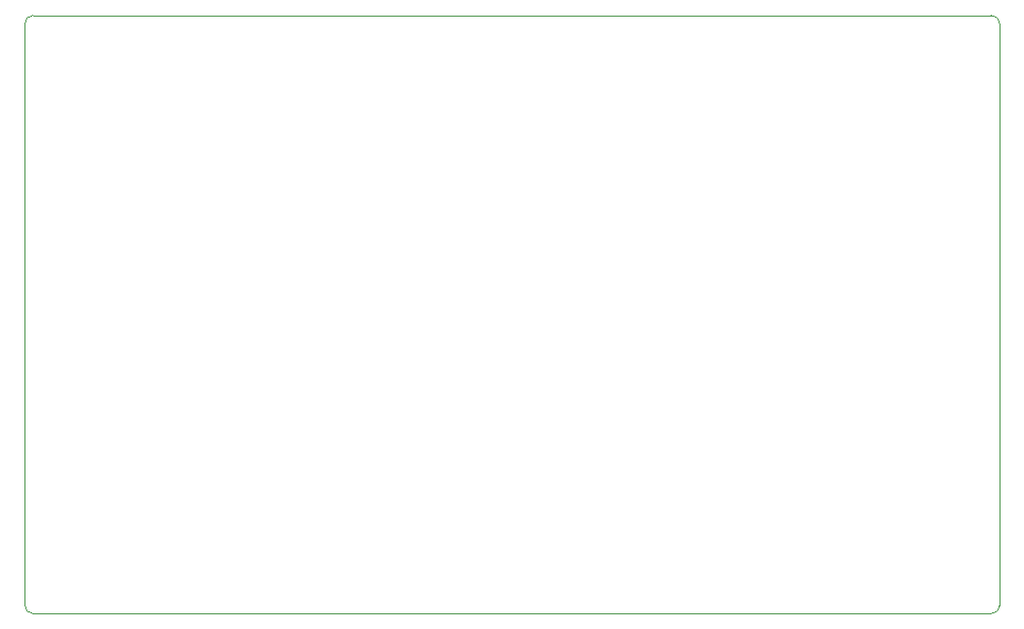
<source format=gbr>
G04 #@! TF.GenerationSoftware,KiCad,Pcbnew,(5.1.5)-3*
G04 #@! TF.CreationDate,2020-01-15T16:09:59-07:00*
G04 #@! TF.ProjectId,Station06,53746174-696f-46e3-9036-2e6b69636164,rev?*
G04 #@! TF.SameCoordinates,Original*
G04 #@! TF.FileFunction,Profile,NP*
%FSLAX46Y46*%
G04 Gerber Fmt 4.6, Leading zero omitted, Abs format (unit mm)*
G04 Created by KiCad (PCBNEW (5.1.5)-3) date 2020-01-15 16:09:59*
%MOMM*%
%LPD*%
G04 APERTURE LIST*
%ADD10C,0.050000*%
G04 APERTURE END LIST*
D10*
X97790000Y-53090000D02*
G75*
G02X98540000Y-52340000I750000J0D01*
G01*
X181370000Y-52340000D02*
G75*
G02X182120000Y-53090000I0J-750000D01*
G01*
X182120000Y-103390000D02*
G75*
G02X181370000Y-104140000I-750000J0D01*
G01*
X98540000Y-104140000D02*
G75*
G02X97790000Y-103390000I0J750000D01*
G01*
X181370000Y-104140000D02*
X98540000Y-104140000D01*
X182120000Y-53090000D02*
X182120000Y-103390000D01*
X98540000Y-52340000D02*
X181370000Y-52340000D01*
X97790000Y-103390000D02*
X97790000Y-53090000D01*
M02*

</source>
